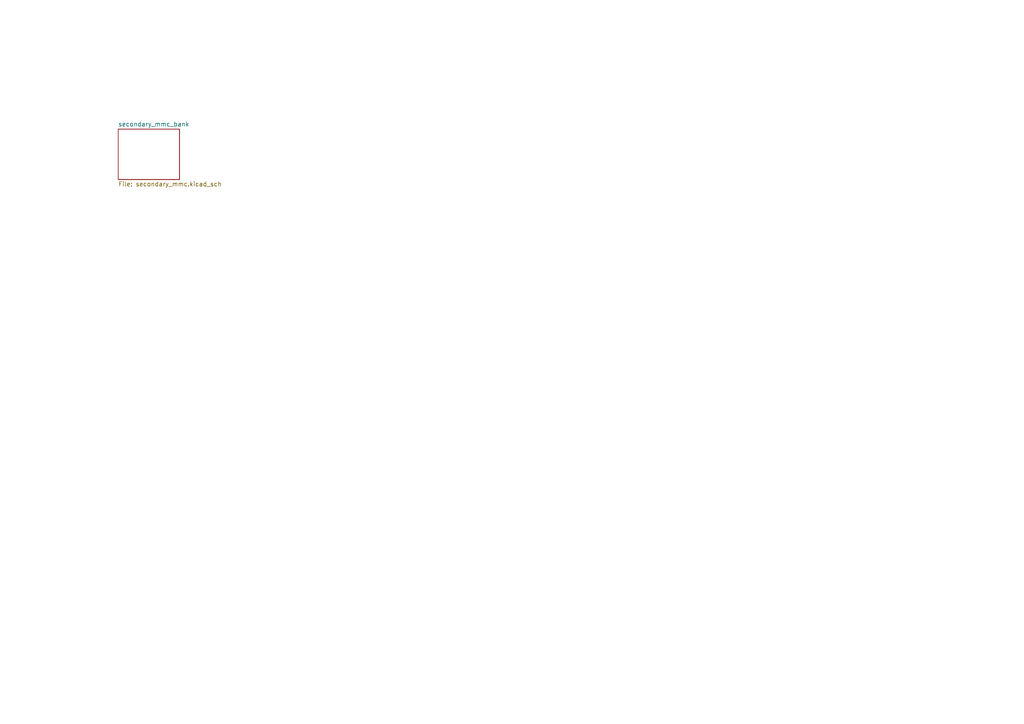
<source format=kicad_sch>
(kicad_sch
	(version 20250114)
	(generator "eeschema")
	(generator_version "9.0")
	(uuid "4a5fd309-93bb-45a7-b002-8896dc6a52a3")
	(paper "A4")
	(lib_symbols)
	(sheet
		(at 34.29 37.465)
		(size 17.78 14.605)
		(exclude_from_sim no)
		(in_bom yes)
		(on_board yes)
		(dnp no)
		(fields_autoplaced yes)
		(stroke
			(width 0.1524)
			(type solid)
		)
		(fill
			(color 0 0 0 0.0000)
		)
		(uuid "84e3edcc-5c87-4329-a259-f21375c49e71")
		(property "Sheetname" "secondary_mmc_bank"
			(at 34.29 36.7534 0)
			(effects
				(font
					(size 1.27 1.27)
				)
				(justify left bottom)
			)
		)
		(property "Sheetfile" "secondary_mmc.kicad_sch"
			(at 34.29 52.6546 0)
			(effects
				(font
					(size 1.27 1.27)
				)
				(justify left top)
			)
		)
		(instances
			(project "hardware"
				(path "/606d342f-174b-4504-b335-50f65aa4e733/0525e434-2bc2-4b88-bfc1-b7165aa99337"
					(page "14")
				)
			)
			(project "base"
				(path "/4a5fd309-93bb-45a7-b002-8896dc6a52a3"
					(page "2")
				)
			)
		)
	)
	(sheet_instances
		(path "/"
			(page "1")
		)
	)
	(embedded_fonts no)
)

</source>
